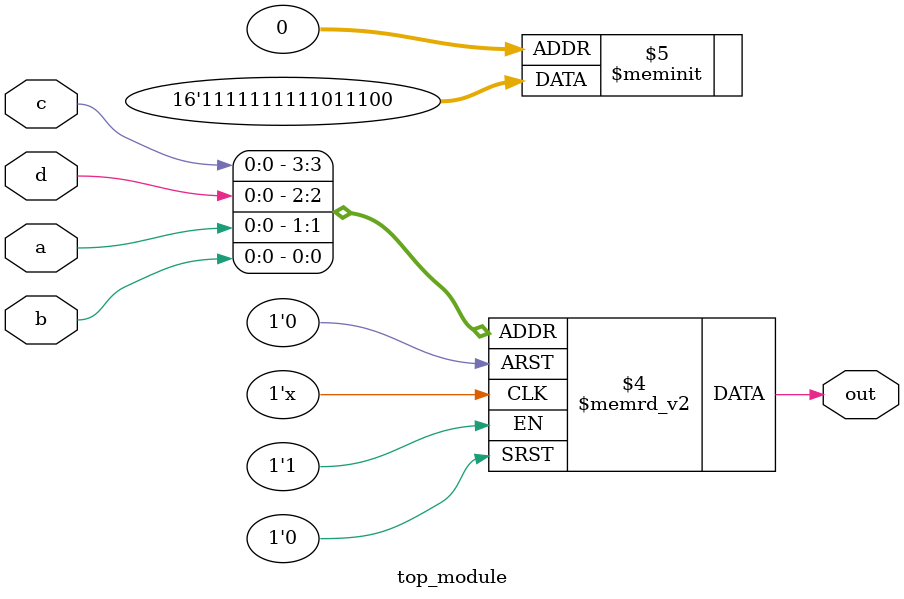
<source format=sv>
module top_module (
	input a, 
	input b,
	input c,
	input d,
	output reg out
);

always @(*) begin
    case ({c, d, a, b})
        4'b0000: out = 0; // 00 00
        4'b0001: out = 0; // 01 00
        4'b0010: out = 1; // 10 00
        4'b0011: out = 1; // 11 00
        4'b0100: out = 1; // 00 01
        4'b0101: out = 0; // 01 01
        4'b0110: out = 1; // 10 01
        4'b0111: out = 1; // 11 01
        4'b1000: out = 1; // 00 10
        4'b1001: out = 1; // 01 10
        4'b1010: out = 1; // 10 10
        4'b1011: out = 1; // 11 10
        4'b1100: out = 1; // 00 11
        4'b1101: out = 1; // 01 11
        4'b1110: out = 1; // 10 11
        4'b1111: out = 1; // 11 11
        default: out = 0;
    endcase
end

endmodule

</source>
